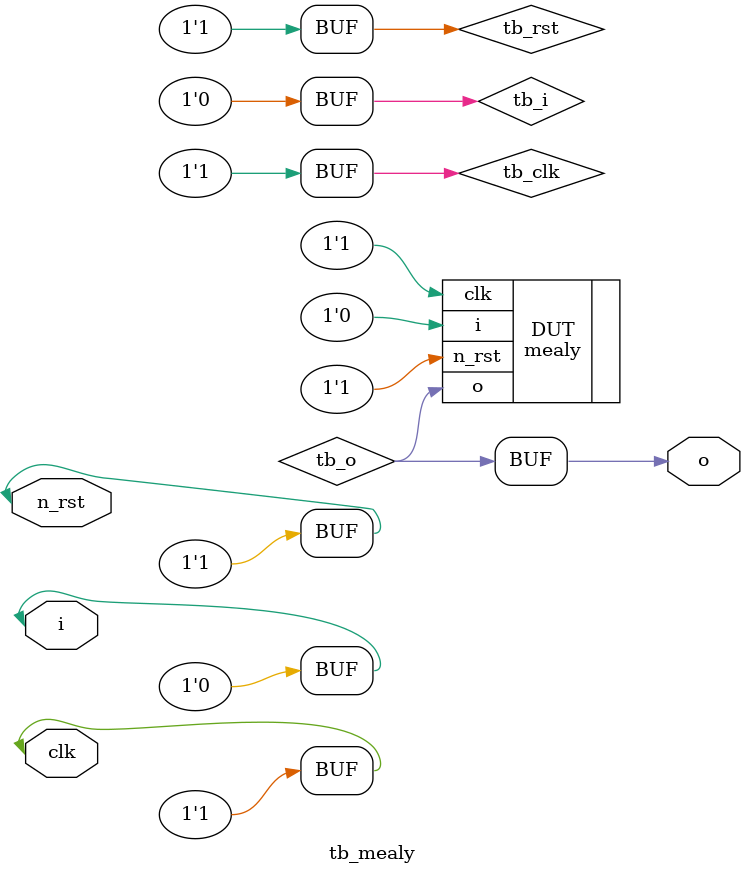
<source format=sv>
`timescale 1ns / 100ps
module tb_mealy(
//#####################WHEN SUBMIT, GET RID OF NEXT_S AND CUR_S FROM DUT #################
input wire clk,
input wire n_rst,
input wire i,
output reg o
);
   reg tb_clk;
   reg tb_rst;
   reg tb_i;
   reg tb_o;
//   reg ns;
//   reg [2:0] cs;
   
   
   mealy DUT(.clk(tb_clk), .n_rst(tb_rst), .i(tb_i), .o(tb_o));
//, .next_s(ns), .cur_s(cs));
   
      always
      begin
        tb_clk = 1'b0;
        #(1);
        tb_clk = 1'b1;
        #(1);
      end

   
   assign clk = tb_clk;
   assign n_rst = tb_rst;
   assign i=tb_i;
   assign o=tb_o;
      
   initial
     begin
	tb_rst=0; //reset
    tb_i = 0;   
	
	#(2);
	/////////////////////////////////////
tb_rst=1; tb_i=0;
	#(2);
tb_rst=1;	tb_i=0;
	#(2);
tb_rst=1;	tb_i=0;
	#(2);	
tb_rst=1;	tb_i=0;
	#(2);
	//////////////////////0001//////////////////////
	tb_rst=1; tb_i=0;	#(2);tb_rst=1;tb_i=0;#(2);tb_rst=1;tb_i=0;#(2); tb_rst=1;tb_i=1;#(2);
	//////////////////////0010//////////////////////
tb_rst=1;	tb_i=0;	#(2);tb_rst=1;tb_i=0;#(2);tb_rst=1;tb_i=1;#(2);tb_rst=1; tb_i=0;#(2);
	//////////////////////0011//////////////////////
	tb_rst=1;tb_i=0;	#(2);tb_rst=1;tb_i=0;#(2);tb_rst=1;tb_i=1;#(2); tb_rst=1;tb_i=1;#(2);
	//////////////////////0100//////////////////////
	tb_rst=1;tb_i=0;	#(2);tb_rst=1;tb_i=1;#(2);tb_rst=1;tb_i=0;#(2); tb_rst=1;tb_i=0;#(2);
	//////////////////////0101//////////////////////
tb_rst=1;	tb_i=0;	#(2);tb_rst=1;tb_i=1;#(2);tb_rst=1;tb_i=0;#(2);tb_rst=1; tb_i=1;#(2);
	//////////////////////0110//////////////////////
tb_rst=1;	tb_i=0;	#(2);tb_rst=1;tb_i=1;#(2);tb_rst=1;tb_i=1;#(2);tb_rst=1; tb_i=0;#(2);
	//////////////////////0111//////////////////////
tb_rst=1;	tb_i=0;	#(2);tb_rst=1;tb_i=1;#(2);tb_rst=1; tb_i=1;#(2); tb_rst=1;tb_i=1;#(2);
	//////////////////////1111//////////////////////
tb_rst=1;	tb_i=1;	#(2);tb_rst=1;tb_i=1;#(2);tb_rst=1;tb_i=1;#(2);tb_rst=1; tb_i=1;#(2);	
	////////////////// 1101  works//////////////////
	tb_rst=1;
	tb_i=1;
	#(2);
	tb_rst=1;
	tb_i=1;
	#(2);
	tb_rst=1;
	tb_i=0;
	#(2);	
	tb_rst=1;
	tb_i=1;
	#(2);
	//////////////////////101 after above works/////////////
	tb_rst=1;
	tb_i=1;
	#(2);
	tb_rst=1;
	tb_i=0;
	#(2);	
	tb_rst=1;
	tb_i=1;
	#(2);
	/* 10 */
	tb_rst=1;
	tb_i=1;
	#(2);
	tb_rst=0;
	tb_i=0;
	#(2);
	
	tb_rst=1;
	#(2);
	


	///////////////////////////////////////////
     end // initial begin
   endmodule

</source>
